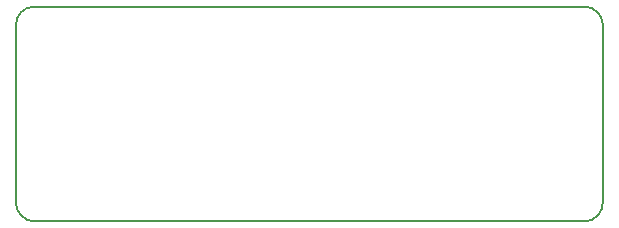
<source format=gbr>
%TF.GenerationSoftware,KiCad,Pcbnew,(5.1.10-1-10_14)*%
%TF.CreationDate,2021-06-08T22:52:33-04:00*%
%TF.ProjectId,TR109-lightboard,54523130-392d-46c6-9967-6874626f6172,rev?*%
%TF.SameCoordinates,Original*%
%TF.FileFunction,Profile,NP*%
%FSLAX46Y46*%
G04 Gerber Fmt 4.6, Leading zero omitted, Abs format (unit mm)*
G04 Created by KiCad (PCBNEW (5.1.10-1-10_14)) date 2021-06-08 22:52:33*
%MOMM*%
%LPD*%
G01*
G04 APERTURE LIST*
%TA.AperFunction,Profile*%
%ADD10C,0.200000*%
%TD*%
G04 APERTURE END LIST*
D10*
X174081362Y-108915556D02*
G75*
G02*
X172581352Y-110571454I-1577954J-77944D01*
G01*
X125885110Y-110571455D02*
G75*
G02*
X124385101Y-109071444I115249J1615258D01*
G01*
X124385101Y-93997158D02*
G75*
G02*
X125885111Y-92380837I1558166J58155D01*
G01*
X172581352Y-92380838D02*
G75*
G02*
X174081362Y-93880848I-92533J-1592543D01*
G01*
X172581352Y-92380837D02*
X125885111Y-92380837D01*
X124385101Y-93997158D02*
X124385101Y-109071444D01*
X174081362Y-108915555D02*
X174081362Y-93880848D01*
X125885111Y-110571454D02*
X172581352Y-110571454D01*
M02*

</source>
